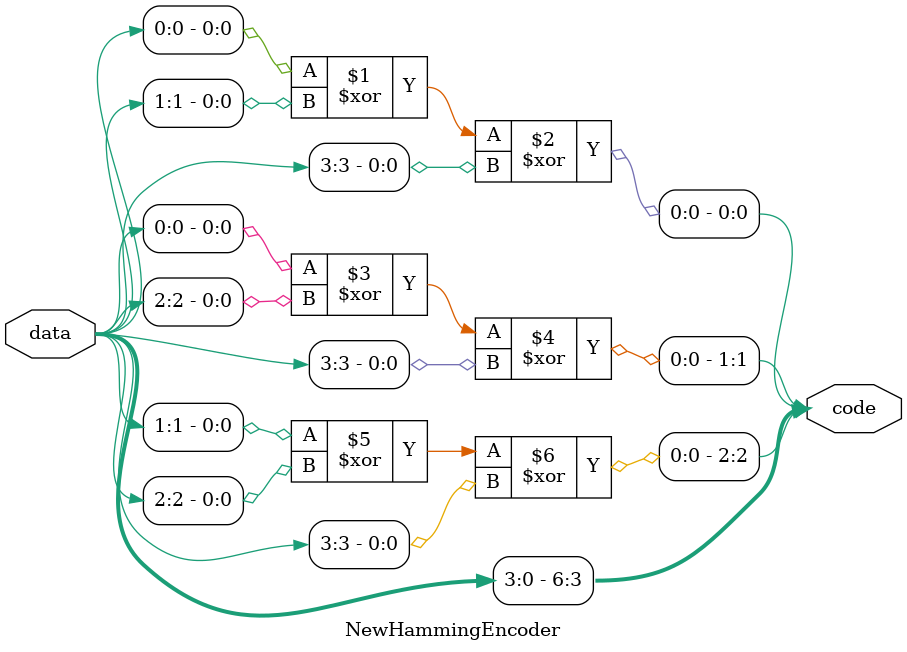
<source format=v>
`timescale 1ns / 1ps
module NewHammingEncoder(data, code);
	input [3:0] data;
	output [6:0] code;
	assign code = { data, data[1]^data[2]^data[3], data[0]^data[2]^data[3], data[0]^data[1]^data[3] };
endmodule

</source>
